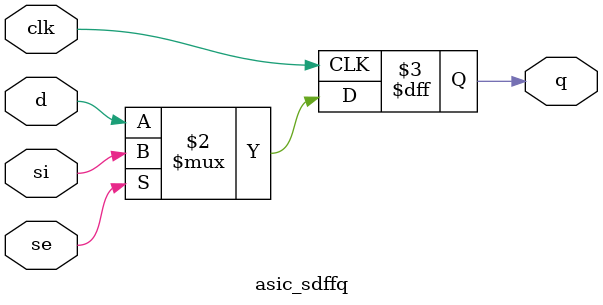
<source format=v>


module asic_sdffq #(parameter PROP = "DEFAULT")   (
    input      d,
    input      si,
    input      se,
    input      clk,
    output reg q
    );

   always @ (posedge clk)
       q <= se ? si : d;

endmodule

</source>
